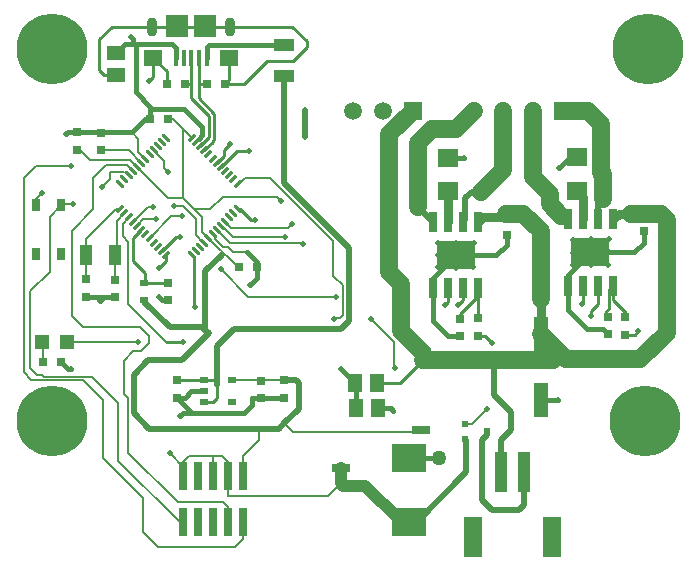
<source format=gtl>
G04 Layer_Physical_Order=1*
G04 Layer_Color=255*
%FSLAX25Y25*%
%MOIN*%
G70*
G01*
G75*
%ADD10R,0.05906X0.13780*%
%ADD11R,0.03937X0.13780*%
%ADD12R,0.02165X0.02362*%
%ADD13R,0.04724X0.04724*%
%ADD14R,0.11811X0.09764*%
%ADD15R,0.03150X0.03150*%
%ADD16R,0.01575X0.05315*%
%ADD17R,0.06299X0.05512*%
%ADD18R,0.07480X0.07480*%
%ADD19R,0.12992X0.09488*%
%ADD20R,0.02559X0.06890*%
G04:AMPARAMS|DCode=21|XSize=33.46mil|YSize=12.6mil|CornerRadius=5.04mil|HoleSize=0mil|Usage=FLASHONLY|Rotation=135.000|XOffset=0mil|YOffset=0mil|HoleType=Round|Shape=RoundedRectangle|*
%AMROUNDEDRECTD21*
21,1,0.03346,0.00252,0,0,135.0*
21,1,0.02338,0.01260,0,0,135.0*
1,1,0.01008,-0.00738,0.00916*
1,1,0.01008,0.00916,-0.00738*
1,1,0.01008,0.00738,-0.00916*
1,1,0.01008,-0.00916,0.00738*
%
%ADD21ROUNDEDRECTD21*%
G04:AMPARAMS|DCode=22|XSize=33.46mil|YSize=12.6mil|CornerRadius=5.04mil|HoleSize=0mil|Usage=FLASHONLY|Rotation=45.000|XOffset=0mil|YOffset=0mil|HoleType=Round|Shape=RoundedRectangle|*
%AMROUNDEDRECTD22*
21,1,0.03346,0.00252,0,0,45.0*
21,1,0.02338,0.01260,0,0,45.0*
1,1,0.01008,0.00916,0.00738*
1,1,0.01008,-0.00738,-0.00916*
1,1,0.01008,-0.00916,-0.00738*
1,1,0.01008,0.00738,0.00916*
%
%ADD22ROUNDEDRECTD22*%
%ADD23R,0.02559X0.04134*%
%ADD24R,0.03150X0.02165*%
%ADD25R,0.04724X0.11811*%
%ADD26R,0.03937X0.07087*%
%ADD27R,0.07098X0.06299*%
%ADD28R,0.03150X0.02362*%
%ADD29R,0.03150X0.03150*%
%ADD30R,0.05906X0.04882*%
%ADD31R,0.06693X0.04331*%
%ADD32R,0.04882X0.05906*%
%ADD33R,0.02992X0.09449*%
%ADD34R,0.06299X0.03150*%
%ADD35C,0.00800*%
%ADD36C,0.02000*%
%ADD37C,0.06000*%
%ADD38C,0.01500*%
%ADD39C,0.04000*%
%ADD40C,0.00600*%
%ADD41C,0.01000*%
%ADD42C,0.03000*%
%ADD43C,0.23622*%
%ADD44O,0.03543X0.06299*%
%ADD45C,0.05906*%
%ADD46R,0.05906X0.05906*%
%ADD47C,0.02000*%
%ADD48C,0.05000*%
D10*
X581006Y983282D02*
D03*
X554628D02*
D03*
D11*
X571754Y1004935D02*
D03*
X563880D02*
D03*
D12*
X551912Y1020994D02*
D03*
Y1015876D02*
D03*
X559196Y1018435D02*
D03*
D13*
X419188Y1048335D02*
D03*
X410920D02*
D03*
D14*
X533254Y988336D02*
D03*
Y1009517D02*
D03*
D15*
X611554Y1090989D02*
D03*
Y1085083D02*
D03*
X599554Y1056688D02*
D03*
Y1050782D02*
D03*
X422654Y1112282D02*
D03*
Y1118188D02*
D03*
X452954Y1067988D02*
D03*
Y1062082D02*
D03*
X425754Y1063183D02*
D03*
Y1069088D02*
D03*
X435454Y1063083D02*
D03*
Y1068989D02*
D03*
X430754Y1112082D02*
D03*
Y1117988D02*
D03*
X455854Y1035588D02*
D03*
Y1029683D02*
D03*
X484054Y1035289D02*
D03*
Y1029383D02*
D03*
X491754Y1035388D02*
D03*
Y1029482D02*
D03*
X565854Y1089888D02*
D03*
Y1083982D02*
D03*
X550354Y1055989D02*
D03*
Y1050082D02*
D03*
X556354Y1056089D02*
D03*
Y1050183D02*
D03*
X605354Y1056489D02*
D03*
Y1050583D02*
D03*
D16*
X465872Y1142836D02*
D03*
X463313D02*
D03*
X460754D02*
D03*
X458195D02*
D03*
X455636D02*
D03*
D17*
X473352D02*
D03*
X448156D02*
D03*
D18*
X465478Y1153368D02*
D03*
X456030D02*
D03*
D19*
X548854Y1077135D02*
D03*
X593754Y1078036D02*
D03*
D20*
X556354Y1088159D02*
D03*
X551354D02*
D03*
X546354D02*
D03*
X541354D02*
D03*
X556354Y1066112D02*
D03*
X551354D02*
D03*
X546354D02*
D03*
X541354D02*
D03*
X586254Y1067012D02*
D03*
X591254D02*
D03*
X596254D02*
D03*
X601254D02*
D03*
X586254Y1089059D02*
D03*
X591254D02*
D03*
X596254D02*
D03*
X601254D02*
D03*
D21*
X437097Y1100981D02*
D03*
X438489Y1102373D02*
D03*
X439881Y1103765D02*
D03*
X441273Y1105157D02*
D03*
X442665Y1106549D02*
D03*
X444057Y1107941D02*
D03*
X445449Y1109333D02*
D03*
X446841Y1110725D02*
D03*
X448233Y1112117D02*
D03*
X449625Y1113509D02*
D03*
X451016Y1114900D02*
D03*
X452409Y1116293D02*
D03*
X476211Y1092490D02*
D03*
X474819Y1091098D02*
D03*
X473427Y1089706D02*
D03*
X472035Y1088314D02*
D03*
X470644Y1086922D02*
D03*
X469251Y1085530D02*
D03*
X467860Y1084138D02*
D03*
X466467Y1082746D02*
D03*
X465076Y1081355D02*
D03*
X463684Y1079962D02*
D03*
X462292Y1078571D02*
D03*
X460900Y1077178D02*
D03*
D22*
Y1116293D02*
D03*
X462292Y1114900D02*
D03*
X463684Y1113509D02*
D03*
X465076Y1112117D02*
D03*
X466467Y1110725D02*
D03*
X467860Y1109333D02*
D03*
X469251Y1107941D02*
D03*
X470644Y1106549D02*
D03*
X472035Y1105157D02*
D03*
X473427Y1103765D02*
D03*
X474819Y1102373D02*
D03*
X476211Y1100981D02*
D03*
X452409Y1077178D02*
D03*
X451016Y1078571D02*
D03*
X449625Y1079962D02*
D03*
X448233Y1081355D02*
D03*
X446841Y1082746D02*
D03*
X445449Y1084138D02*
D03*
X444057Y1085530D02*
D03*
X442665Y1086922D02*
D03*
X441273Y1088314D02*
D03*
X439881Y1089706D02*
D03*
X438489Y1091098D02*
D03*
X437097Y1092490D02*
D03*
D23*
X408922Y1077367D02*
D03*
Y1093705D02*
D03*
X417386Y1077367D02*
D03*
Y1093705D02*
D03*
D24*
X465030Y1035676D02*
D03*
Y1031936D02*
D03*
Y1028195D02*
D03*
X474478D02*
D03*
Y1035676D02*
D03*
D25*
X577354Y1050759D02*
D03*
Y1028712D02*
D03*
D26*
X425633Y1077036D02*
D03*
X435475D02*
D03*
D27*
X589254Y1098637D02*
D03*
Y1109834D02*
D03*
X546254Y1098438D02*
D03*
Y1109634D02*
D03*
D28*
X445154Y1062280D02*
D03*
Y1067791D02*
D03*
D29*
X411301Y1041436D02*
D03*
X417207D02*
D03*
X453007Y1122536D02*
D03*
X447101D02*
D03*
X476601Y1073036D02*
D03*
X482507D02*
D03*
X472007Y1134035D02*
D03*
X466101D02*
D03*
X452601D02*
D03*
X458507D02*
D03*
D30*
X435754Y1137096D02*
D03*
Y1144576D02*
D03*
D31*
X491654Y1136720D02*
D03*
Y1147350D02*
D03*
D32*
X522994Y1026035D02*
D03*
X515514D02*
D03*
X515214Y1034636D02*
D03*
X522694D02*
D03*
D33*
X458054Y988158D02*
D03*
X463054D02*
D03*
X468054D02*
D03*
X473054D02*
D03*
X478054D02*
D03*
X458054Y1003513D02*
D03*
X463054D02*
D03*
X468054D02*
D03*
X473054D02*
D03*
X478054D02*
D03*
D34*
X537354Y1018736D02*
D03*
X510654Y1006336D02*
D03*
D35*
X536554Y1018736D02*
X537354D01*
X535854Y1018036D02*
X536554Y1018736D01*
X494654Y1018036D02*
X535854D01*
X554413Y1020994D02*
X559354Y1025935D01*
X551912Y1020994D02*
X554413D01*
X528354Y1039835D02*
X528754Y1039435D01*
X528354D02*
Y1048236D01*
Y1039435D02*
Y1039835D01*
Y1039435D02*
X528754D01*
X520754Y1055836D02*
X528354Y1048236D01*
X508454Y1055836D02*
X508654Y1056036D01*
X510254D01*
X511354Y1057135D01*
Y1067136D01*
X508154Y1070335D02*
X511354Y1067136D01*
X508154Y1070335D02*
Y1081736D01*
X487054Y1102835D02*
X508154Y1081736D01*
X478654Y1102835D02*
X487054D01*
X476800Y1100981D02*
X478654Y1102835D01*
X476211Y1100981D02*
X476800D01*
X444778Y1089036D02*
X449154D01*
X442665Y1086922D02*
X444778Y1089036D01*
X491654Y1021035D02*
X494654Y1018036D01*
X410954Y1097836D02*
X411154D01*
X408922Y1095804D02*
X410954Y1097836D01*
X408922Y1093705D02*
Y1095804D01*
X458054Y1006635D02*
Y1008335D01*
Y1003513D02*
Y1006635D01*
X453554Y1011135D02*
X458054Y1006635D01*
X468054Y1010336D02*
X470854D01*
X460054D02*
X468054D01*
X458054Y1008335D02*
X460054Y1010336D01*
X470854D02*
X473054Y1008136D01*
Y1003513D02*
Y1008136D01*
X506454Y996935D02*
X510654Y1001136D01*
X473054Y996935D02*
X506454D01*
X473054D02*
Y1003513D01*
X468054D02*
Y1010336D01*
X483454Y1015436D02*
Y1019335D01*
X478054Y1010036D02*
X483454Y1015436D01*
X478054Y1003513D02*
Y1010036D01*
X461754Y1092435D02*
X464254Y1089935D01*
X457855Y1096334D02*
X461754Y1092435D01*
X489254Y1096535D02*
X490754Y1095035D01*
X471254Y1096535D02*
X489254D01*
X467154Y1092435D02*
X471254Y1096535D01*
X461754Y1092435D02*
X467154D01*
X466467Y1082746D02*
X476178Y1073036D01*
X464735Y1081355D02*
X465076D01*
X462254Y1083836D02*
X464735Y1081355D01*
X462254Y1083836D02*
Y1089336D01*
X457954Y1093635D02*
X462254Y1089336D01*
X454854Y1093635D02*
X457954D01*
X443054Y1048335D02*
X443154Y1048236D01*
X419188Y1048335D02*
X443054D01*
X410920D02*
X411301Y1047954D01*
Y1041436D02*
Y1047954D01*
X452879Y1096334D02*
X457855D01*
X442665Y1106549D02*
X452879Y1096334D01*
X457855Y1119337D02*
X460900Y1116293D01*
X454657Y1122536D02*
X457855Y1119337D01*
X464254Y1084959D02*
X466467Y1082746D01*
X464254Y1084959D02*
Y1089935D01*
X457855Y1096334D02*
Y1119337D01*
X474478Y1035676D02*
X491467D01*
X440378Y1108836D02*
X442665Y1106549D01*
X426954Y1108836D02*
X440378D01*
X423507Y1112282D02*
X426954Y1108836D01*
X422654Y1112282D02*
X423507D01*
X440907Y1118188D02*
X443146Y1115950D01*
Y1111635D02*
Y1115950D01*
Y1111635D02*
X445449Y1109333D01*
X453007Y1122536D02*
X454657D01*
X437854Y1087679D02*
X439881Y1089706D01*
X437854Y1083535D02*
Y1087679D01*
Y1083535D02*
X439754Y1081635D01*
Y1060835D02*
Y1081635D01*
Y1060835D02*
X452454Y1048135D01*
X468747Y1082643D02*
Y1083251D01*
Y1082643D02*
X471471Y1079918D01*
X473071D01*
X474754Y1078236D01*
X479254D01*
X476178Y1073036D02*
X476601D01*
X435454Y1068989D02*
X435475Y1069010D01*
Y1077036D01*
X425633D02*
Y1082514D01*
Y1069210D02*
Y1077036D01*
Y1069210D02*
X425754Y1069088D01*
X425633Y1082514D02*
X435609Y1092490D01*
X437097D01*
X435475Y1077036D02*
X435854Y1077414D01*
Y1088463D01*
X438489Y1091098D01*
X446841Y1082746D02*
X454130Y1090036D01*
X457554D01*
X470554Y1072435D02*
X479654Y1063336D01*
X508954D01*
X493154Y1086335D02*
X494254Y1087436D01*
X474014Y1086335D02*
X493154D01*
X472035Y1088314D02*
X474014Y1086335D01*
X473546Y1081236D02*
X497454D01*
X497954Y1080735D01*
X469251Y1085530D02*
X473546Y1081236D01*
X470644Y1086922D02*
X470867D01*
X474554Y1083235D01*
X492154D01*
X491467Y1035676D02*
X491754Y1035388D01*
D36*
X571754Y993736D02*
Y1004935D01*
X570054Y992035D02*
X571754Y993736D01*
X561054Y992035D02*
X570054D01*
X557554Y995535D02*
X561054Y992035D01*
X557554Y995535D02*
Y1015436D01*
X559196Y1017077D01*
Y1018435D01*
X551912Y1015876D02*
X552354Y1015435D01*
Y1004735D02*
Y1015435D01*
X563880Y1004935D02*
Y1015661D01*
X567191Y1018972D01*
Y1024899D01*
X535954Y988336D02*
X552354Y1004735D01*
X533254Y988336D02*
X535954D01*
X510554Y1052536D02*
X513354Y1055336D01*
X475054Y1052536D02*
X510554D01*
X469354Y1046836D02*
X475054Y1052536D01*
X513354Y1055336D02*
Y1079636D01*
X561654Y1030435D02*
Y1042235D01*
Y1030435D02*
X567191Y1024899D01*
X491654Y1101336D02*
Y1136720D01*
Y1101336D02*
X513354Y1079636D01*
X596254Y1094036D02*
X597954Y1095735D01*
X498754Y1116535D02*
Y1125336D01*
X491654Y1021035D02*
X496554Y1025935D01*
X489954Y1019335D02*
X491654Y1021035D01*
X483454Y1019335D02*
X489954D01*
X446754D02*
X483454D01*
X457754Y1042235D02*
X466554Y1051035D01*
X465254Y1052335D02*
X466554Y1051035D01*
X464454Y1053135D02*
X465254Y1052335D01*
X470854Y1077335D02*
Y1077536D01*
X465254Y1071735D02*
X470854Y1077335D01*
X465254Y1052335D02*
Y1071735D01*
X453554Y1053135D02*
X464454D01*
X445154Y1061535D02*
X453554Y1053135D01*
X445154Y1061535D02*
Y1062280D01*
X446454Y1042235D02*
X457754D01*
X441554Y1037335D02*
X446454Y1042235D01*
X441554Y1024535D02*
Y1037335D01*
Y1024535D02*
X446754Y1019335D01*
X496554Y1025935D02*
Y1034435D01*
X495601Y1035388D02*
X496554Y1034435D01*
X491754Y1035388D02*
X495601D01*
X469354Y1034435D02*
Y1046836D01*
Y1033836D02*
Y1034435D01*
X536278Y1093235D02*
X541354Y1088159D01*
X552154Y1096035D02*
X554254Y1098135D01*
X552154Y1088959D02*
Y1096035D01*
X551354Y1088159D02*
X552154Y1088959D01*
X596254Y1089059D02*
Y1094036D01*
X554254Y1098135D02*
X557354D01*
D37*
X561654Y1042235D02*
X581478D01*
X537954D02*
X561654D01*
X597354Y1104636D02*
X597954Y1104035D01*
Y1095735D02*
Y1104035D01*
X619354Y1051336D02*
Y1088935D01*
X610454Y1042435D02*
X619354Y1051336D01*
X585678Y1042435D02*
X610454D01*
X577354Y1050759D02*
X585678Y1042435D01*
X581478Y1042235D02*
X583678Y1044436D01*
X530654Y1051735D02*
X537954Y1044436D01*
X530654Y1051735D02*
Y1067636D01*
X526654Y1071636D02*
X530654Y1067636D01*
X526654Y1071636D02*
Y1117393D01*
X534497Y1125235D01*
X571454Y1090936D02*
X577354Y1085036D01*
X565554Y1090936D02*
X571454D01*
X611554Y1090989D02*
X617301D01*
X607354D02*
X611554D01*
X617301D02*
X619354Y1088935D01*
X577354Y1062535D02*
Y1085036D01*
X548869Y1119135D02*
X554969Y1125235D01*
X540954Y1119135D02*
X548869D01*
X536278Y1114459D02*
X540954Y1119135D01*
X536278Y1093235D02*
Y1114459D01*
X584497Y1125235D02*
X592954D01*
X597354Y1120835D01*
Y1104636D02*
Y1120835D01*
X557354Y1098135D02*
X564812Y1105593D01*
Y1125235D01*
X580354Y1094036D02*
X584154Y1090236D01*
X580354Y1094036D02*
Y1097435D01*
X574654Y1103135D02*
X580354Y1097435D01*
X574654Y1103135D02*
Y1125235D01*
D38*
X543335Y1009517D02*
X543354Y1009536D01*
X533254Y1009517D02*
X543335D01*
X441454Y1147435D02*
X442254D01*
X438614D02*
X441454D01*
X442254Y1131536D02*
Y1147435D01*
X440754Y1149736D02*
X441454Y1149035D01*
Y1147435D02*
Y1149035D01*
X498654Y1125436D02*
X498754Y1125336D01*
X480254Y1067136D02*
X482507Y1069388D01*
Y1073036D01*
X457154Y1023635D02*
X457954Y1024436D01*
X461101D01*
X449854Y1063235D02*
X451007Y1062082D01*
X452954D01*
X419607Y1039036D02*
X420654D01*
X417207Y1041436D02*
X419607Y1039036D01*
X425754Y1063183D02*
X435354D01*
X430454Y1061736D02*
X431801Y1063083D01*
X435454D01*
X435354Y1063183D02*
X435454Y1063083D01*
X422654Y1118188D02*
X440907D01*
X418954Y1117535D02*
X419607Y1118188D01*
X422654D01*
X445254Y1122536D02*
X447101D01*
X440907Y1118188D02*
X445254Y1122536D01*
X447101Y1125836D02*
Y1126688D01*
Y1122536D02*
Y1125836D01*
X463267Y1115876D02*
X464454Y1117063D01*
Y1119835D01*
X458454Y1125836D02*
X464454Y1119835D01*
X447101Y1125836D02*
X458454D01*
X510514Y1039336D02*
X515214Y1034636D01*
X515514Y1034336D01*
Y1026035D02*
Y1034336D01*
X527354Y1026035D02*
X528054Y1025336D01*
X522994Y1026035D02*
X527354D01*
X582630Y1028712D02*
X582854Y1028936D01*
X577354Y1028712D02*
X582630D01*
X586254Y1070535D02*
X593754Y1078036D01*
X586254Y1067012D02*
Y1070535D01*
X541354Y1069635D02*
X548854Y1077135D01*
X541354Y1066112D02*
Y1069635D01*
X583454Y1106236D02*
X587052Y1109834D01*
X589254D01*
X593754Y1078036D02*
X608454D01*
X611554Y1081135D01*
Y1085083D01*
X548854Y1077135D02*
X562454D01*
X565854Y1080536D01*
Y1083982D01*
X546254Y1109634D02*
X551556D01*
X592607Y1052382D02*
X597954D01*
X479254Y1078236D02*
X482507Y1074982D01*
Y1073036D02*
Y1074982D01*
X597954Y1052382D02*
X599554Y1050782D01*
X541354Y1055136D02*
Y1066112D01*
Y1055136D02*
X546407Y1050082D01*
X550354D01*
X586254Y1058735D02*
Y1067012D01*
Y1058735D02*
X592607Y1052382D01*
X455854Y1029683D02*
X461101Y1024436D01*
X478254D01*
X481107Y1027289D01*
Y1029482D01*
X491754D01*
X460754Y1031936D02*
X465030D01*
X458501Y1029683D02*
X460754Y1031936D01*
X455854Y1029683D02*
X458501D01*
X442254Y1147435D02*
X454254D01*
X442254Y1131536D02*
X447101Y1126688D01*
X435754Y1144576D02*
X438614Y1147435D01*
X454254D02*
X455636Y1146054D01*
Y1142836D02*
Y1146054D01*
X466769Y1147350D02*
X491654D01*
X465872Y1146453D02*
X466769Y1147350D01*
X465872Y1142836D02*
Y1146453D01*
D39*
X518654Y1000336D02*
X529854Y989135D01*
X510654Y1001136D02*
Y1006336D01*
Y1001136D02*
X511454Y1000336D01*
X518654D01*
D40*
X433754Y1104836D02*
X438354D01*
X433654Y1104735D02*
X433754Y1104836D01*
X433654Y1102435D02*
Y1104735D01*
X430954Y1099736D02*
X433654Y1102435D01*
X408854Y1106835D02*
X420554D01*
X404854Y1102835D02*
X408854Y1106835D01*
X404854Y1038035D02*
Y1102835D01*
Y1038035D02*
X407454Y1035435D01*
X424754D01*
X431254Y1028936D01*
Y1009536D02*
Y1028936D01*
Y1009536D02*
X444554Y996235D01*
Y984935D02*
Y996235D01*
Y984935D02*
X449754Y979735D01*
X475354D01*
X478054Y982436D01*
Y988158D01*
X439295Y1107135D02*
X441273Y1105157D01*
X432354Y1107135D02*
X439295D01*
X428054Y1102835D02*
X432354Y1107135D01*
X428054Y1092435D02*
Y1102835D01*
X420954Y1085336D02*
X428054Y1092435D01*
X420954Y1056936D02*
Y1085336D01*
Y1056936D02*
X424554Y1053335D01*
X443754D01*
X446754Y1050336D01*
Y1047736D02*
Y1050336D01*
X444154Y1045135D02*
X446754Y1047736D01*
X441454Y1045135D02*
X444154D01*
X438254Y1041936D02*
X441454Y1045135D01*
X438254Y1030836D02*
Y1041936D01*
Y1030836D02*
X439654Y1029436D01*
Y1011335D02*
Y1029436D01*
Y1011335D02*
X456254Y994736D01*
X471454D01*
X473054Y993136D01*
Y988158D02*
Y993136D01*
X413654Y1089972D02*
X417386Y1093705D01*
X413654Y1071636D02*
Y1089972D01*
X407154Y1065135D02*
X413654Y1071636D01*
X407154Y1039435D02*
Y1065135D01*
Y1039435D02*
X409254Y1037335D01*
X411054D01*
X411754Y1036635D01*
X427654D01*
X436454Y1027835D01*
Y1008636D02*
Y1027835D01*
Y1008636D02*
X456931Y988158D01*
X458054D01*
X446195Y1093235D02*
X447954D01*
X441273Y1088314D02*
X446195Y1093235D01*
X417386Y1093705D02*
X417917Y1094236D01*
X421254D01*
X451554Y1106236D02*
X452854Y1104935D01*
X451554Y1106236D02*
Y1108535D01*
X448233Y1111857D02*
X451554Y1108535D01*
X448233Y1111857D02*
Y1112117D01*
X439916Y1112082D02*
X444057Y1107941D01*
X430754Y1112082D02*
X439916D01*
D41*
X470644Y1106549D02*
X475930Y1111835D01*
X480154D01*
X452454Y1048135D02*
X457954D01*
X455854Y1035588D02*
X468201D01*
X469354Y1029535D02*
Y1033836D01*
X530354Y1034636D02*
X537954Y1042235D01*
X522694Y1034636D02*
X530354D01*
X545354Y1060536D02*
X546354Y1061535D01*
Y1066112D01*
X452409Y1075190D02*
Y1077178D01*
X450154Y1072935D02*
X452409Y1075190D01*
X608501Y1050583D02*
X609654Y1051735D01*
X605354Y1050583D02*
X608501D01*
X460900Y1077178D02*
X461754Y1076324D01*
Y1060036D02*
Y1076324D01*
Y1060036D02*
X462054Y1059735D01*
X558507Y1050183D02*
X560854Y1047836D01*
X556354Y1050183D02*
X558507D01*
X441454Y1082927D02*
X444057Y1085530D01*
X441454Y1075235D02*
Y1082927D01*
Y1075235D02*
X445351Y1071338D01*
Y1067988D02*
Y1071338D01*
Y1067988D02*
X452954D01*
X480654Y1088735D02*
X482054D01*
X476900Y1092490D02*
X480654Y1088735D01*
X451016Y1078571D02*
X455681Y1083235D01*
X456954D01*
X593854Y1056736D02*
Y1058535D01*
X596254Y1060935D01*
Y1067012D01*
X469251Y1107941D02*
X471554Y1110244D01*
Y1112035D01*
X473754Y1114235D01*
X591154Y1060935D02*
X591254Y1061036D01*
Y1067012D01*
X476211Y1092490D02*
X476900D01*
X549654Y1060536D02*
X551354Y1062236D01*
Y1066112D01*
X556354Y1056089D02*
Y1063435D01*
Y1066112D01*
X550354Y1057436D02*
X556354Y1063435D01*
X550354Y1055989D02*
Y1057436D01*
X601254Y1062189D02*
Y1067012D01*
Y1062189D02*
X605554Y1057889D01*
X598854Y1058288D02*
X600054Y1059488D01*
Y1065812D01*
X601254Y1067012D01*
X468201Y1035588D02*
X469354Y1034435D01*
X468014Y1028195D02*
X469354Y1029535D01*
X465030Y1028195D02*
X468014D01*
X447762Y1153347D02*
X473746D01*
X446654Y1135135D02*
X448156Y1136637D01*
Y1142836D01*
X434166Y1153347D02*
X447762D01*
X430054Y1149236D02*
X434166Y1153347D01*
X430054Y1138836D02*
Y1149236D01*
Y1138836D02*
X431794Y1137096D01*
X435754D01*
X473746Y1153347D02*
X494442D01*
X499254Y1148536D01*
Y1146436D02*
Y1148536D01*
X494654Y1141835D02*
X499254Y1146436D01*
X486154Y1141835D02*
X494654D01*
X478354Y1134035D02*
X486154Y1141835D01*
X472007Y1134035D02*
X478354D01*
X448156Y1142836D02*
X452601Y1138391D01*
Y1134035D02*
Y1138391D01*
X473352Y1135380D02*
Y1142836D01*
X472007Y1134035D02*
X473352Y1135380D01*
X460754Y1133936D02*
Y1142836D01*
Y1129390D02*
Y1133936D01*
X460654Y1134035D02*
X460754Y1133936D01*
X458507Y1134035D02*
X460654D01*
X463313Y1134235D02*
Y1142836D01*
Y1129377D02*
Y1134235D01*
X463513Y1134035D01*
X466101D01*
X465076Y1112117D02*
X467954Y1114995D01*
Y1115234D01*
X468481Y1115761D01*
Y1124208D01*
X463313Y1129377D02*
X468481Y1124208D01*
X463684Y1113509D02*
X466681Y1116507D01*
Y1123463D01*
X460754Y1129390D02*
X466681Y1123463D01*
D42*
X603184Y1090989D02*
X607354D01*
X558083Y1089888D02*
X565854D01*
X577354Y1050759D02*
Y1062535D01*
X556354Y1088159D02*
X558083Y1089888D01*
X601254Y1089059D02*
X603184Y1090989D01*
X589254Y1098637D02*
X591254Y1096638D01*
Y1089059D02*
Y1096638D01*
X546354Y1088159D02*
Y1098337D01*
D43*
X612154Y1021935D02*
D03*
X414368Y1021904D02*
D03*
X613140Y1145920D02*
D03*
X414368D02*
D03*
D44*
X447762Y1153347D02*
D03*
X473746D02*
D03*
D45*
X554969Y1125235D02*
D03*
X574654D02*
D03*
X564812D02*
D03*
X524654D02*
D03*
X514812D02*
D03*
D46*
X584497D02*
D03*
X534497D02*
D03*
D47*
X559354Y1025935D02*
D03*
X528754Y1039435D02*
D03*
X520754Y1055836D02*
D03*
X508454D02*
D03*
X449154Y1089036D02*
D03*
X440754Y1149736D02*
D03*
X498654Y1125436D02*
D03*
X498754Y1116535D02*
D03*
X480254Y1067136D02*
D03*
X457154Y1023635D02*
D03*
X449854Y1063235D02*
D03*
X420654Y1039036D02*
D03*
X430454Y1061736D02*
D03*
X418954Y1117535D02*
D03*
X411154Y1097836D02*
D03*
X453554Y1011135D02*
D03*
X430954Y1099736D02*
D03*
X420554Y1106835D02*
D03*
X447954Y1093235D02*
D03*
X490754Y1095035D02*
D03*
X454854Y1093635D02*
D03*
X443154Y1048236D02*
D03*
X421254Y1094236D02*
D03*
X452854Y1104935D02*
D03*
X480154Y1111835D02*
D03*
X457954Y1048135D02*
D03*
X510514Y1039336D02*
D03*
X528054Y1025336D02*
D03*
X593854Y1082635D02*
D03*
X548854Y1077135D02*
D03*
X549154Y1072935D02*
D03*
Y1081336D02*
D03*
X554654Y1077236D02*
D03*
X542954Y1077036D02*
D03*
X542854Y1073036D02*
D03*
X554754Y1073236D02*
D03*
X554854Y1081135D02*
D03*
X543054D02*
D03*
X587954Y1077936D02*
D03*
X599954Y1078036D02*
D03*
X593754D02*
D03*
X599854Y1082436D02*
D03*
X599754Y1073835D02*
D03*
X593854D02*
D03*
X588054Y1073936D02*
D03*
X587954Y1082135D02*
D03*
X545354Y1060536D02*
D03*
X582854Y1028936D02*
D03*
X583454Y1106236D02*
D03*
X551556Y1109634D02*
D03*
X450154Y1072935D02*
D03*
X609654Y1051735D02*
D03*
X462054Y1059735D02*
D03*
X560854Y1047836D02*
D03*
X457554Y1090036D02*
D03*
X470554Y1072435D02*
D03*
X508954Y1063336D02*
D03*
X482054Y1088735D02*
D03*
X494254Y1087436D02*
D03*
X497954Y1080735D02*
D03*
X492154Y1083235D02*
D03*
X456954D02*
D03*
X593854Y1056736D02*
D03*
X473754Y1114235D02*
D03*
X591154Y1060935D02*
D03*
X549654Y1060536D02*
D03*
X446654Y1135135D02*
D03*
D48*
X543354Y1009536D02*
D03*
M02*

</source>
